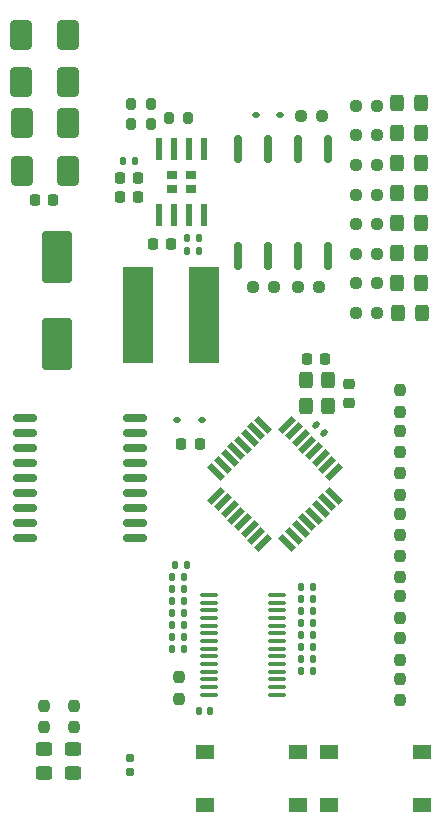
<source format=gbr>
%TF.GenerationSoftware,KiCad,Pcbnew,8.0.8*%
%TF.CreationDate,2025-06-27T13:45:21+02:00*%
%TF.ProjectId,OS-servo-decoder-8,4f532d73-6572-4766-9f2d-6465636f6465,rev?*%
%TF.SameCoordinates,Original*%
%TF.FileFunction,Paste,Top*%
%TF.FilePolarity,Positive*%
%FSLAX46Y46*%
G04 Gerber Fmt 4.6, Leading zero omitted, Abs format (unit mm)*
G04 Created by KiCad (PCBNEW 8.0.8) date 2025-06-27 13:45:21*
%MOMM*%
%LPD*%
G01*
G04 APERTURE LIST*
G04 Aperture macros list*
%AMRoundRect*
0 Rectangle with rounded corners*
0 $1 Rounding radius*
0 $2 $3 $4 $5 $6 $7 $8 $9 X,Y pos of 4 corners*
0 Add a 4 corners polygon primitive as box body*
4,1,4,$2,$3,$4,$5,$6,$7,$8,$9,$2,$3,0*
0 Add four circle primitives for the rounded corners*
1,1,$1+$1,$2,$3*
1,1,$1+$1,$4,$5*
1,1,$1+$1,$6,$7*
1,1,$1+$1,$8,$9*
0 Add four rect primitives between the rounded corners*
20,1,$1+$1,$2,$3,$4,$5,0*
20,1,$1+$1,$4,$5,$6,$7,0*
20,1,$1+$1,$6,$7,$8,$9,0*
20,1,$1+$1,$8,$9,$2,$3,0*%
%AMRotRect*
0 Rectangle, with rotation*
0 The origin of the aperture is its center*
0 $1 length*
0 $2 width*
0 $3 Rotation angle, in degrees counterclockwise*
0 Add horizontal line*
21,1,$1,$2,0,0,$3*%
G04 Aperture macros list end*
%ADD10RoundRect,0.237500X-0.250000X-0.237500X0.250000X-0.237500X0.250000X0.237500X-0.250000X0.237500X0*%
%ADD11RoundRect,0.250000X0.325000X0.450000X-0.325000X0.450000X-0.325000X-0.450000X0.325000X-0.450000X0*%
%ADD12RoundRect,0.140000X0.140000X0.170000X-0.140000X0.170000X-0.140000X-0.170000X0.140000X-0.170000X0*%
%ADD13RoundRect,0.237500X0.250000X0.237500X-0.250000X0.237500X-0.250000X-0.237500X0.250000X-0.237500X0*%
%ADD14R,0.610000X1.910000*%
%ADD15R,0.930000X0.723000*%
%ADD16RoundRect,0.225000X-0.225000X-0.250000X0.225000X-0.250000X0.225000X0.250000X-0.225000X0.250000X0*%
%ADD17RoundRect,0.250000X0.450000X-0.325000X0.450000X0.325000X-0.450000X0.325000X-0.450000X-0.325000X0*%
%ADD18RoundRect,0.135000X-0.135000X-0.185000X0.135000X-0.185000X0.135000X0.185000X-0.135000X0.185000X0*%
%ADD19R,1.550000X1.300000*%
%ADD20RoundRect,0.140000X-0.219203X-0.021213X-0.021213X-0.219203X0.219203X0.021213X0.021213X0.219203X0*%
%ADD21RoundRect,0.237500X0.237500X-0.250000X0.237500X0.250000X-0.237500X0.250000X-0.237500X-0.250000X0*%
%ADD22RoundRect,0.237500X-0.237500X0.250000X-0.237500X-0.250000X0.237500X-0.250000X0.237500X0.250000X0*%
%ADD23RoundRect,0.135000X0.135000X0.185000X-0.135000X0.185000X-0.135000X-0.185000X0.135000X-0.185000X0*%
%ADD24RoundRect,0.200000X0.200000X0.275000X-0.200000X0.275000X-0.200000X-0.275000X0.200000X-0.275000X0*%
%ADD25RoundRect,0.160000X0.160000X-0.197500X0.160000X0.197500X-0.160000X0.197500X-0.160000X-0.197500X0*%
%ADD26RoundRect,0.225000X-0.250000X0.225000X-0.250000X-0.225000X0.250000X-0.225000X0.250000X0.225000X0*%
%ADD27RoundRect,0.162500X-0.162500X1.012500X-0.162500X-1.012500X0.162500X-1.012500X0.162500X1.012500X0*%
%ADD28RoundRect,0.200000X-0.200000X-0.275000X0.200000X-0.275000X0.200000X0.275000X-0.200000X0.275000X0*%
%ADD29RoundRect,0.225000X0.225000X0.250000X-0.225000X0.250000X-0.225000X-0.250000X0.225000X-0.250000X0*%
%ADD30RotRect,1.600000X0.550000X225.000000*%
%ADD31RotRect,1.600000X0.550000X315.000000*%
%ADD32RoundRect,0.250000X0.650000X-1.000000X0.650000X1.000000X-0.650000X1.000000X-0.650000X-1.000000X0*%
%ADD33RoundRect,0.150000X0.875000X0.150000X-0.875000X0.150000X-0.875000X-0.150000X0.875000X-0.150000X0*%
%ADD34RoundRect,0.112500X0.187500X0.112500X-0.187500X0.112500X-0.187500X-0.112500X0.187500X-0.112500X0*%
%ADD35RoundRect,0.300000X0.300000X-0.400000X0.300000X0.400000X-0.300000X0.400000X-0.300000X-0.400000X0*%
%ADD36RoundRect,0.100000X0.637500X0.100000X-0.637500X0.100000X-0.637500X-0.100000X0.637500X-0.100000X0*%
%ADD37RoundRect,0.140000X-0.140000X-0.170000X0.140000X-0.170000X0.140000X0.170000X-0.140000X0.170000X0*%
%ADD38R,2.600000X8.200000*%
%ADD39RoundRect,0.250000X-1.000000X1.950000X-1.000000X-1.950000X1.000000X-1.950000X1.000000X1.950000X0*%
G04 APERTURE END LIST*
D10*
%TO.C,R508*%
X134827000Y-131064000D03*
X136652000Y-131064000D03*
%TD*%
%TO.C,R507*%
X134827000Y-128554000D03*
X136652000Y-128554000D03*
%TD*%
%TO.C,R506*%
X134827000Y-126044000D03*
X136652000Y-126044000D03*
%TD*%
%TO.C,R505*%
X134827000Y-123534000D03*
X136652000Y-123534000D03*
%TD*%
%TO.C,R504*%
X134827000Y-121024000D03*
X136652000Y-121024000D03*
%TD*%
%TO.C,R503*%
X134827000Y-118514000D03*
X136652000Y-118514000D03*
%TD*%
%TO.C,R502*%
X136652000Y-116004000D03*
X134827000Y-116004000D03*
%TD*%
%TO.C,R501*%
X136652000Y-113494000D03*
X134827000Y-113494000D03*
%TD*%
D11*
%TO.C,D512*%
X138412000Y-131064000D03*
X140462000Y-131064000D03*
%TD*%
%TO.C,D511*%
X138285000Y-128524000D03*
X140335000Y-128524000D03*
%TD*%
%TO.C,D510*%
X138285000Y-125984000D03*
X140335000Y-125984000D03*
%TD*%
%TO.C,D509*%
X138285000Y-123444000D03*
X140335000Y-123444000D03*
%TD*%
%TO.C,D508*%
X138285000Y-120904000D03*
X140335000Y-120904000D03*
%TD*%
%TO.C,D507*%
X138285000Y-118364000D03*
X140335000Y-118364000D03*
%TD*%
%TO.C,D506*%
X138285000Y-115824000D03*
X140335000Y-115824000D03*
%TD*%
%TO.C,D505*%
X140349000Y-113284000D03*
X138299000Y-113284000D03*
%TD*%
D12*
%TO.C,C1601*%
X122527000Y-164719000D03*
X121567000Y-164719000D03*
%TD*%
D13*
%TO.C,R1002*%
X131739250Y-128864750D03*
X129914250Y-128864750D03*
%TD*%
D14*
%TO.C,U901*%
X118158500Y-122731500D03*
X119428500Y-122731500D03*
X120698500Y-122731500D03*
X121968500Y-122731500D03*
X121968500Y-117171500D03*
X120698500Y-117171500D03*
X119428500Y-117171500D03*
X118158500Y-117171500D03*
D15*
X119288500Y-120554000D03*
X120838500Y-120554000D03*
X119288500Y-119349000D03*
X120838500Y-119349000D03*
%TD*%
D13*
%TO.C,R1001*%
X131993250Y-114386750D03*
X130168250Y-114386750D03*
%TD*%
D16*
%TO.C,C904*%
X114843500Y-119588000D03*
X116393500Y-119588000D03*
%TD*%
D17*
%TO.C,D201*%
X108458000Y-170025000D03*
X108458000Y-167975000D03*
%TD*%
D18*
%TO.C,R1607*%
X130151500Y-156260000D03*
X131171500Y-156260000D03*
%TD*%
D17*
%TO.C,D202*%
X110871000Y-170025000D03*
X110871000Y-167975000D03*
%TD*%
D19*
%TO.C,SW602*%
X140475000Y-172750000D03*
X132525000Y-172750000D03*
X140475000Y-168250000D03*
X132525000Y-168250000D03*
%TD*%
D20*
%TO.C,C202*%
X131470000Y-140537000D03*
X132148822Y-141215822D03*
%TD*%
D21*
%TO.C,R1601*%
X119888000Y-163726500D03*
X119888000Y-161901500D03*
%TD*%
D22*
%TO.C,R702*%
X138557000Y-137599500D03*
X138557000Y-139424500D03*
%TD*%
D18*
%TO.C,R1605*%
X130151500Y-158292000D03*
X131171500Y-158292000D03*
%TD*%
%TO.C,R1602*%
X130151500Y-161340000D03*
X131171500Y-161340000D03*
%TD*%
D23*
%TO.C,R1615*%
X120269000Y-157480000D03*
X119249002Y-157480000D03*
%TD*%
D18*
%TO.C,R1609*%
X130151500Y-154228000D03*
X131171500Y-154228000D03*
%TD*%
%TO.C,R1606*%
X130151500Y-157276000D03*
X131171500Y-157276000D03*
%TD*%
D19*
%TO.C,SW601*%
X129975000Y-172750000D03*
X122025000Y-172750000D03*
X129975000Y-168250000D03*
X122025000Y-168250000D03*
%TD*%
D24*
%TO.C,R903*%
X117459500Y-115031000D03*
X115809500Y-115031000D03*
%TD*%
D18*
%TO.C,R1603*%
X130151500Y-160324000D03*
X131171500Y-160324000D03*
%TD*%
D25*
%TO.C,R202*%
X115697000Y-169888500D03*
X115697000Y-168693500D03*
%TD*%
D18*
%TO.C,R1604*%
X130151500Y-159308000D03*
X131171500Y-159308000D03*
%TD*%
D23*
%TO.C,R1617*%
X120269000Y-159512000D03*
X119249002Y-159512000D03*
%TD*%
%TO.C,R1614*%
X120269000Y-156464000D03*
X119249002Y-156464000D03*
%TD*%
%TO.C,R1612*%
X120269000Y-154432000D03*
X119249002Y-154432000D03*
%TD*%
%TO.C,R1610*%
X120524999Y-152400000D03*
X119505001Y-152400000D03*
%TD*%
D26*
%TO.C,C201*%
X134232000Y-137095000D03*
X134232000Y-138645000D03*
%TD*%
D22*
%TO.C,R203*%
X110938000Y-164314500D03*
X110938000Y-166139500D03*
%TD*%
D27*
%TO.C,U1001*%
X132454750Y-117184750D03*
X129914750Y-117184750D03*
X127374750Y-117184750D03*
X124834750Y-117184750D03*
X124834750Y-126234750D03*
X127374750Y-126234750D03*
X129914750Y-126234750D03*
X132454750Y-126234750D03*
%TD*%
D28*
%TO.C,R901*%
X115809500Y-113380000D03*
X117459500Y-113380000D03*
%TD*%
D22*
%TO.C,R905*%
X138557000Y-151599500D03*
X138557000Y-153424500D03*
%TD*%
D13*
%TO.C,R1003*%
X127929250Y-128864750D03*
X126104250Y-128864750D03*
%TD*%
D29*
%TO.C,C901*%
X119187500Y-125191000D03*
X117637500Y-125191000D03*
%TD*%
%TO.C,C203*%
X132245000Y-134949000D03*
X130695000Y-134949000D03*
%TD*%
D18*
%TO.C,R1608*%
X130151500Y-155244000D03*
X131171500Y-155244000D03*
%TD*%
D30*
%TO.C,U202*%
X132985103Y-144474695D03*
X132419417Y-143909010D03*
X131853732Y-143343324D03*
X131288047Y-142777639D03*
X130722361Y-142211953D03*
X130156676Y-141646268D03*
X129590990Y-141080583D03*
X129025305Y-140514897D03*
D31*
X126974695Y-140514897D03*
X126409010Y-141080583D03*
X125843324Y-141646268D03*
X125277639Y-142211953D03*
X124711953Y-142777639D03*
X124146268Y-143343324D03*
X123580583Y-143909010D03*
X123014897Y-144474695D03*
D30*
X123014897Y-146525305D03*
X123580583Y-147090990D03*
X124146268Y-147656676D03*
X124711953Y-148222361D03*
X125277639Y-148788047D03*
X125843324Y-149353732D03*
X126409010Y-149919417D03*
X126974695Y-150485103D03*
D31*
X129025305Y-150485103D03*
X129590990Y-149919417D03*
X130156676Y-149353732D03*
X130722361Y-148788047D03*
X131288047Y-148222361D03*
X131853732Y-147656676D03*
X132419417Y-147090990D03*
X132985103Y-146525305D03*
%TD*%
D32*
%TO.C,D502*%
X110500000Y-111500000D03*
X110500000Y-107500000D03*
%TD*%
%TO.C,D503*%
X106550000Y-119000000D03*
X106550000Y-115000000D03*
%TD*%
D23*
%TO.C,R1611*%
X120269000Y-153416000D03*
X119249002Y-153416000D03*
%TD*%
D33*
%TO.C,U1101*%
X116150000Y-150080000D03*
X116150000Y-148810000D03*
X116150000Y-147540000D03*
X116150000Y-146270000D03*
X116150000Y-145000000D03*
X116150000Y-143730000D03*
X116150000Y-142460000D03*
X116150000Y-141190000D03*
X116150000Y-139920000D03*
X106850000Y-139920000D03*
X106850000Y-141190000D03*
X106850000Y-142460000D03*
X106850000Y-143730000D03*
X106850000Y-145000000D03*
X106850000Y-146270000D03*
X106850000Y-147540000D03*
X106850000Y-148810000D03*
X106850000Y-150080000D03*
%TD*%
D16*
%TO.C,C905*%
X114843500Y-121254000D03*
X116393500Y-121254000D03*
%TD*%
D21*
%TO.C,R904*%
X138557000Y-156853500D03*
X138557000Y-155028500D03*
%TD*%
D34*
%TO.C,D401*%
X121827000Y-140081000D03*
X119727000Y-140081000D03*
%TD*%
D21*
%TO.C,R701*%
X138557000Y-142853500D03*
X138557000Y-141028500D03*
%TD*%
D35*
%TO.C,Y201*%
X132481000Y-138927000D03*
X132481000Y-136727000D03*
X130581000Y-136727000D03*
X130581000Y-138927000D03*
%TD*%
D34*
%TO.C,D1001*%
X128447750Y-114259750D03*
X126347750Y-114259750D03*
%TD*%
D29*
%TO.C,C402*%
X121602000Y-142181000D03*
X120052000Y-142181000D03*
%TD*%
D32*
%TO.C,D501*%
X110500000Y-119000000D03*
X110500000Y-115000000D03*
%TD*%
D22*
%TO.C,R802*%
X138557000Y-144599500D03*
X138557000Y-146424500D03*
%TD*%
D36*
%TO.C,U1601*%
X128143000Y-163382000D03*
X128143000Y-162732000D03*
X128143000Y-162082000D03*
X128143000Y-161432000D03*
X128143000Y-160782000D03*
X128143000Y-160132000D03*
X128143000Y-159482000D03*
X128143000Y-158832000D03*
X128143000Y-158182000D03*
X128143000Y-157532000D03*
X128143000Y-156882000D03*
X128143000Y-156232000D03*
X128143000Y-155582000D03*
X128143000Y-154932000D03*
X122418000Y-154932000D03*
X122418000Y-155582000D03*
X122418000Y-156232000D03*
X122418000Y-156882000D03*
X122418000Y-157532000D03*
X122418000Y-158182000D03*
X122418000Y-158832000D03*
X122418000Y-159482000D03*
X122418000Y-160132000D03*
X122418000Y-160782000D03*
X122418000Y-161432000D03*
X122418000Y-162082000D03*
X122418000Y-162732000D03*
X122418000Y-163382000D03*
%TD*%
D23*
%TO.C,R1616*%
X120269000Y-158496000D03*
X119249002Y-158496000D03*
%TD*%
%TO.C,R1613*%
X120269000Y-155448000D03*
X119249002Y-155448000D03*
%TD*%
D21*
%TO.C,R1004*%
X138557000Y-163853500D03*
X138557000Y-162028500D03*
%TD*%
D37*
%TO.C,C902*%
X120571500Y-124683000D03*
X121531500Y-124683000D03*
%TD*%
%TO.C,C903*%
X120571500Y-125826000D03*
X121531500Y-125826000D03*
%TD*%
D38*
%TO.C,L901*%
X121990000Y-131241000D03*
X116390000Y-131241000D03*
%TD*%
D39*
%TO.C,C401*%
X109500000Y-126300000D03*
X109500000Y-133700000D03*
%TD*%
D37*
%TO.C,C906*%
X115140500Y-118206000D03*
X116100500Y-118206000D03*
%TD*%
D28*
%TO.C,R902*%
X118984500Y-114523000D03*
X120634500Y-114523000D03*
%TD*%
D21*
%TO.C,R801*%
X138557000Y-149853500D03*
X138557000Y-148028500D03*
%TD*%
D32*
%TO.C,D504*%
X106500000Y-111500000D03*
X106500000Y-107500000D03*
%TD*%
D22*
%TO.C,R1005*%
X138557000Y-158599500D03*
X138557000Y-160424500D03*
%TD*%
D29*
%TO.C,C501*%
X109230000Y-121477000D03*
X107680000Y-121477000D03*
%TD*%
D22*
%TO.C,R201*%
X108464000Y-164314500D03*
X108464000Y-166139500D03*
%TD*%
M02*

</source>
